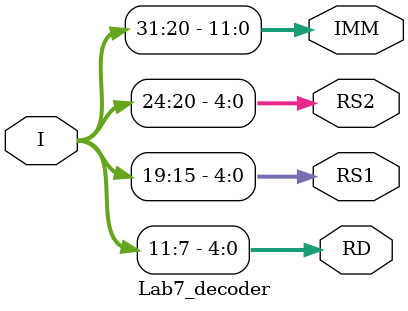
<source format=v>
module Lab7_decoder(I,RD,RS1,RS2,IMM);
    input [31:0] I;
    output [4:0] RD,RS1,RS2;
    output [11:0] IMM;

    assign RD = I[11:7];
    assign RS1 = I[19:15];
    assign RS2 = I[24:20];
    assign IMM = I[31:20];
endmodule
</source>
